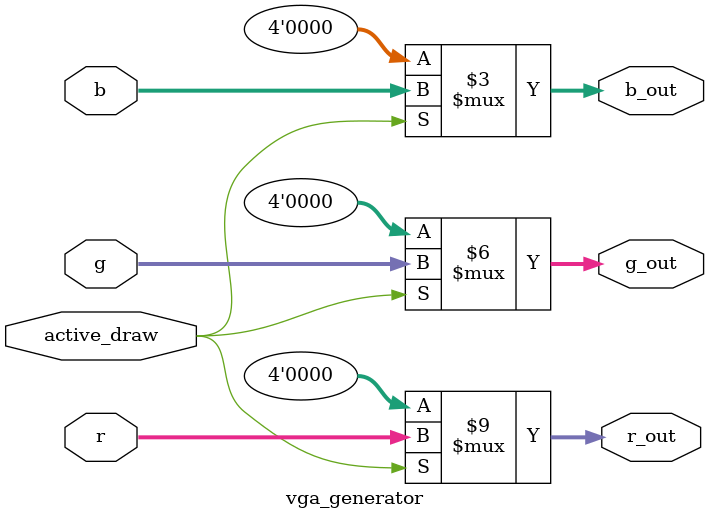
<source format=sv>
module vga_generator(input logic active_draw,
							input logic [3:0] r,
							input logic [3:0] g,
							input logic [3:0] b,
							output logic [3:0] r_out,
							output logic [3:0] g_out,
							output logic [3:0] b_out);

always_comb
	if(active_draw)
	begin
		r_out = r;
		g_out = g;
		b_out = b;
	end
	else
	begin
		r_out = 4'b0000;
		g_out = 4'b0000;
		b_out = 4'b0000;
	end
endmodule
</source>
